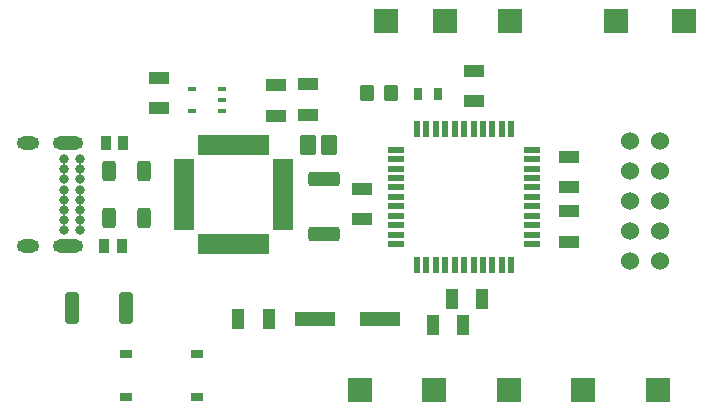
<source format=gbr>
%TF.GenerationSoftware,KiCad,Pcbnew,9.0.3*%
%TF.CreationDate,2025-07-20T22:32:55-06:00*%
%TF.ProjectId,bare_mega_1284,62617265-5f6d-4656-9761-5f313238342e,rev?*%
%TF.SameCoordinates,Original*%
%TF.FileFunction,Soldermask,Top*%
%TF.FilePolarity,Negative*%
%FSLAX46Y46*%
G04 Gerber Fmt 4.6, Leading zero omitted, Abs format (unit mm)*
G04 Created by KiCad (PCBNEW 9.0.3) date 2025-07-20 22:32:55*
%MOMM*%
%LPD*%
G01*
G04 APERTURE LIST*
G04 Aperture macros list*
%AMRoundRect*
0 Rectangle with rounded corners*
0 $1 Rounding radius*
0 $2 $3 $4 $5 $6 $7 $8 $9 X,Y pos of 4 corners*
0 Add a 4 corners polygon primitive as box body*
4,1,4,$2,$3,$4,$5,$6,$7,$8,$9,$2,$3,0*
0 Add four circle primitives for the rounded corners*
1,1,$1+$1,$2,$3*
1,1,$1+$1,$4,$5*
1,1,$1+$1,$6,$7*
1,1,$1+$1,$8,$9*
0 Add four rect primitives between the rounded corners*
20,1,$1+$1,$2,$3,$4,$5,0*
20,1,$1+$1,$4,$5,$6,$7,0*
20,1,$1+$1,$6,$7,$8,$9,0*
20,1,$1+$1,$8,$9,$2,$3,0*%
G04 Aperture macros list end*
%ADD10C,0.800000*%
%ADD11O,1.904000X1.104000*%
%ADD12O,2.604000X1.104000*%
%ADD13R,1.749196X1.102398*%
%ADD14C,1.524000*%
%ADD15R,0.812800X1.143000*%
%ADD16R,0.660400X0.990600*%
%ADD17R,1.102398X1.749196*%
%ADD18RoundRect,0.102000X-0.570000X-0.735000X0.570000X-0.735000X0.570000X0.735000X-0.570000X0.735000X0*%
%ADD19RoundRect,0.250000X0.312500X0.625000X-0.312500X0.625000X-0.312500X-0.625000X0.312500X-0.625000X0*%
%ADD20RoundRect,0.102000X-0.140000X-0.780000X0.140000X-0.780000X0.140000X0.780000X-0.140000X0.780000X0*%
%ADD21RoundRect,0.102000X-0.780000X-0.140000X0.780000X-0.140000X0.780000X0.140000X-0.780000X0.140000X0*%
%ADD22R,0.800100X0.457200*%
%ADD23R,0.508000X1.473200*%
%ADD24R,1.473200X0.508000*%
%ADD25RoundRect,0.250000X1.075000X-0.362500X1.075000X0.362500X-1.075000X0.362500X-1.075000X-0.362500X0*%
%ADD26RoundRect,0.250000X-0.350000X-0.450000X0.350000X-0.450000X0.350000X0.450000X-0.350000X0.450000X0*%
%ADD27R,1.000000X0.700000*%
%ADD28R,3.500000X1.200000*%
%ADD29RoundRect,0.250000X-0.362500X-1.075000X0.362500X-1.075000X0.362500X1.075000X-0.362500X1.075000X0*%
%ADD30R,2.000000X2.000000*%
G04 APERTURE END LIST*
D10*
%TO.C,J1*%
X121860000Y-95675000D03*
X121860000Y-96525000D03*
X121860000Y-97375000D03*
X121860000Y-98225000D03*
X121860000Y-99075000D03*
X121860000Y-99925000D03*
X121860000Y-100775000D03*
X121860000Y-101625000D03*
X120510000Y-101625000D03*
X120510000Y-100775000D03*
X120510000Y-99925000D03*
X120510000Y-99075000D03*
X120510000Y-98225000D03*
X120510000Y-97375000D03*
X120510000Y-96525000D03*
X120510000Y-95675000D03*
D11*
X117500000Y-94325000D03*
X117500000Y-102975000D03*
D12*
X120880000Y-94325000D03*
X120880000Y-102975000D03*
%TD*%
D13*
%TO.C,C7*%
X138500000Y-89398802D03*
X138500000Y-92001198D03*
%TD*%
D14*
%TO.C,CON1*%
X168410000Y-94140000D03*
X170950000Y-94140000D03*
X168410000Y-96680000D03*
X170950000Y-96680000D03*
X168410000Y-99220000D03*
X170950000Y-99220000D03*
X168410000Y-101760000D03*
X170950000Y-101760000D03*
X168410000Y-104300000D03*
X170950000Y-104300000D03*
%TD*%
D15*
%TO.C,R1*%
X125449300Y-103000000D03*
X123950700Y-103000000D03*
%TD*%
D16*
%TO.C,LED1*%
X150473700Y-90100000D03*
X152226300Y-90100000D03*
%TD*%
D17*
%TO.C,C2*%
X155951198Y-107480000D03*
X153348802Y-107480000D03*
%TD*%
D13*
%TO.C,C4*%
X163300000Y-95448802D03*
X163300000Y-98051198D03*
%TD*%
%TO.C,C5*%
X163300000Y-102651198D03*
X163300000Y-100048802D03*
%TD*%
%TO.C,C1*%
X145750000Y-100751198D03*
X145750000Y-98148802D03*
%TD*%
%TO.C,C3*%
X155200000Y-88148802D03*
X155200000Y-90751198D03*
%TD*%
%TO.C,C6*%
X141200000Y-89298802D03*
X141200000Y-91901198D03*
%TD*%
%TO.C,C8*%
X128550000Y-88748802D03*
X128550000Y-91351198D03*
%TD*%
D18*
%TO.C,FL1*%
X142940000Y-94450000D03*
X141160000Y-94450000D03*
%TD*%
D15*
%TO.C,R2*%
X125549300Y-94300000D03*
X124050700Y-94300000D03*
%TD*%
D19*
%TO.C,R3*%
X124337500Y-96650000D03*
X127262500Y-96650000D03*
%TD*%
%TO.C,R4*%
X124337500Y-100650000D03*
X127262500Y-100650000D03*
%TD*%
D20*
%TO.C,U2*%
X132150000Y-94470000D03*
X132650000Y-94470000D03*
X133150000Y-94470000D03*
X133650000Y-94470000D03*
X134150000Y-94470000D03*
X134650000Y-94470000D03*
X135150000Y-94470000D03*
X135650000Y-94470000D03*
X136150000Y-94470000D03*
X136650000Y-94470000D03*
X137150000Y-94470000D03*
X137650000Y-94470000D03*
D21*
X139080000Y-95900000D03*
X139080000Y-96400000D03*
X139080000Y-96900000D03*
X139080000Y-97400000D03*
X139080000Y-97900000D03*
X139080000Y-98400000D03*
X139080000Y-98900000D03*
X139080000Y-99400000D03*
X139080000Y-99900000D03*
X139080000Y-100400000D03*
X139080000Y-100900000D03*
X139080000Y-101400000D03*
D20*
X137650000Y-102830000D03*
X137150000Y-102830000D03*
X136650000Y-102830000D03*
X136150000Y-102830000D03*
X135650000Y-102830000D03*
X135150000Y-102830000D03*
X134650000Y-102830000D03*
X134150000Y-102830000D03*
X133650000Y-102830000D03*
X133150000Y-102830000D03*
X132650000Y-102830000D03*
X132150000Y-102830000D03*
D21*
X130720000Y-101400000D03*
X130720000Y-100900000D03*
X130720000Y-100400000D03*
X130720000Y-99900000D03*
X130720000Y-99400000D03*
X130720000Y-98900000D03*
X130720000Y-98400000D03*
X130720000Y-97900000D03*
X130720000Y-97400000D03*
X130720000Y-96900000D03*
X130720000Y-96400000D03*
X130720000Y-95900000D03*
%TD*%
D22*
%TO.C,U3*%
X131399050Y-91600001D03*
X131399050Y-89699999D03*
X133900950Y-89699999D03*
X133900950Y-90650000D03*
X133900950Y-91600001D03*
%TD*%
D23*
%TO.C,U1*%
X150400000Y-93109600D03*
X151200001Y-93109600D03*
X152000000Y-93109600D03*
X152800001Y-93109600D03*
X153599999Y-93109600D03*
X154400000Y-93109600D03*
X155200001Y-93109600D03*
X155999999Y-93109600D03*
X156800000Y-93109600D03*
X157599999Y-93109600D03*
X158400000Y-93109600D03*
D24*
X160140400Y-94850000D03*
X160140400Y-95650001D03*
X160140400Y-96450000D03*
X160140400Y-97250001D03*
X160140400Y-98049999D03*
X160140400Y-98850000D03*
X160140400Y-99650001D03*
X160140400Y-100449999D03*
X160140400Y-101250000D03*
X160140400Y-102049999D03*
X160140400Y-102850000D03*
D23*
X158400000Y-104590400D03*
X157599999Y-104590400D03*
X156800000Y-104590400D03*
X155999999Y-104590400D03*
X155200001Y-104590400D03*
X154400000Y-104590400D03*
X153599999Y-104590400D03*
X152800001Y-104590400D03*
X152000000Y-104590400D03*
X151200001Y-104590400D03*
X150400000Y-104590400D03*
D24*
X148659600Y-102850000D03*
X148659600Y-102049999D03*
X148659600Y-101250000D03*
X148659600Y-100449999D03*
X148659600Y-99650001D03*
X148659600Y-98850000D03*
X148659600Y-98049999D03*
X148659600Y-97250001D03*
X148659600Y-96450000D03*
X148659600Y-95650001D03*
X148659600Y-94850000D03*
%TD*%
D25*
%TO.C,R5*%
X142500000Y-97375000D03*
X142500000Y-102000000D03*
%TD*%
D26*
%TO.C,R6*%
X148200000Y-90050000D03*
X146200000Y-90050000D03*
%TD*%
D27*
%TO.C,S1*%
X131800000Y-115830000D03*
X125800000Y-115830000D03*
X131800000Y-112130000D03*
X125800000Y-112130000D03*
%TD*%
D28*
%TO.C,Y1*%
X147300000Y-109230000D03*
X141800000Y-109230000D03*
%TD*%
D17*
%TO.C,C10*%
X154351198Y-109730000D03*
X151748802Y-109730000D03*
%TD*%
D29*
%TO.C,R7*%
X125800000Y-108230000D03*
X121175000Y-108230000D03*
%TD*%
D17*
%TO.C,C9*%
X135248802Y-109230000D03*
X137851198Y-109230000D03*
%TD*%
D30*
%TO.C,TP19*%
X151862500Y-115230000D03*
%TD*%
%TO.C,TP44*%
X147800000Y-83980000D03*
%TD*%
%TO.C,TP22*%
X170800000Y-115230000D03*
%TD*%
%TO.C,TP43*%
X152800000Y-83980000D03*
%TD*%
%TO.C,TP11*%
X145550000Y-115230000D03*
%TD*%
%TO.C,TP21*%
X164487500Y-115230000D03*
%TD*%
%TO.C,TP37*%
X158300000Y-83980000D03*
%TD*%
%TO.C,TP20*%
X158175000Y-115230000D03*
%TD*%
%TO.C,TP34*%
X173050000Y-83980000D03*
%TD*%
%TO.C,TP36*%
X167300000Y-83980000D03*
%TD*%
M02*

</source>
